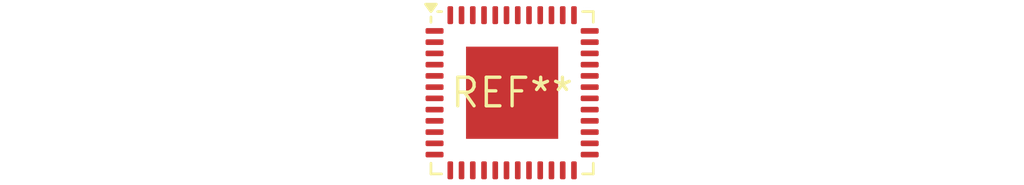
<source format=kicad_pcb>
(kicad_pcb (version 20240108) (generator pcbnew)
  (layers (0 "F.Cu" signal) (31 "B.Cu" signal) (34 "B.Paste" user) (35 "F.Paste" user) (36 "B.SilkS" user "B.Silkscreen") (37 "F.SilkS" user "F.Silkscreen") (38 "B.Mask" user) (39 "F.Mask" user) (44 "Edge.Cuts" user))
  (net 0 "")
  (footprint "LFCSP-48-1EP_7x7mm_P0.5mm_EP4.1x4.1mm" (layer "F.Cu") (at 0 0)
    (property "Reference" "REF**")
    (property "Value" "LFCSP-48-1EP_7x7mm_P0.5mm_EP4.1x4.1mm")
    (fp_line (start -3.61 -3.135) (end -3.61 -3.37) (layer "F.SilkS") (stroke (width 0.12)))
    (fp_line (start -3.61 3.61) (end -3.61 3.135) (layer "F.SilkS") (stroke (width 0.12)))
    (fp_line (start -3.135 -3.61) (end -3.31 -3.61) (layer "F.SilkS") (stroke (width 0.12)))
    (fp_line (start -3.135 3.61) (end -3.61 3.61) (layer "F.SilkS") (stroke (width 0.12)))
    (fp_line (start 3.135 -3.61) (end 3.61 -3.61) (layer "F.SilkS") (stroke (width 0.12)))
    (fp_line (start 3.135 3.61) (end 3.61 3.61) (layer "F.SilkS") (stroke (width 0.12)))
    (fp_line (start 3.61 -3.61) (end 3.61 -3.135) (layer "F.SilkS") (stroke (width 0.12)))
    (fp_line (start 3.61 3.61) (end 3.61 3.135) (layer "F.SilkS") (stroke (width 0.12)))
    (fp_poly (pts (xy -3.61 -3.61) (xy -3.85 -3.94) (xy -3.37 -3.94) (xy -3.61 -3.61)) (layer "F.SilkS") (stroke (width 0.12)) (fill solid))
    (pad "1" smd roundrect (at -3.45 -2.75) (size 0.8 0.25) (layers "F.Cu" "F.Paste" "F.Mask"))
    (pad "2" smd roundrect (at -3.45 -2.25) (size 0.8 0.25) (layers "F.Cu" "F.Paste" "F.Mask"))
    (pad "3" smd roundrect (at -3.45 -1.75) (size 0.8 0.25) (layers "F.Cu" "F.Paste" "F.Mask"))
    (pad "4" smd roundrect (at -3.45 -1.25) (size 0.8 0.25) (layers "F.Cu" "F.Paste" "F.Mask"))
    (pad "5" smd roundrect (at -3.45 -0.75) (size 0.8 0.25) (layers "F.Cu" "F.Paste" "F.Mask"))
    (pad "6" smd roundrect (at -3.45 -0.25) (size 0.8 0.25) (layers "F.Cu" "F.Paste" "F.Mask"))
    (pad "7" smd roundrect (at -3.45 0.25) (size 0.8 0.25) (layers "F.Cu" "F.Paste" "F.Mask"))
    (pad "8" smd roundrect (at -3.45 0.75) (size 0.8 0.25) (layers "F.Cu" "F.Paste" "F.Mask"))
    (pad "9" smd roundrect (at -3.45 1.25) (size 0.8 0.25) (layers "F.Cu" "F.Paste" "F.Mask"))
    (pad "10" smd roundrect (at -3.45 1.75) (size 0.8 0.25) (layers "F.Cu" "F.Paste" "F.Mask"))
    (pad "11" smd roundrect (at -3.45 2.25) (size 0.8 0.25) (layers "F.Cu" "F.Paste" "F.Mask"))
    (pad "12" smd roundrect (at -3.45 2.75) (size 0.8 0.25) (layers "F.Cu" "F.Paste" "F.Mask"))
    (pad "13" smd roundrect (at -2.75 3.45) (size 0.25 0.8) (layers "F.Cu" "F.Paste" "F.Mask"))
    (pad "14" smd roundrect (at -2.25 3.45) (size 0.25 0.8) (layers "F.Cu" "F.Paste" "F.Mask"))
    (pad "15" smd roundrect (at -1.75 3.45) (size 0.25 0.8) (layers "F.Cu" "F.Paste" "F.Mask"))
    (pad "16" smd roundrect (at -1.25 3.45) (size 0.25 0.8) (layers "F.Cu" "F.Paste" "F.Mask"))
    (pad "17" smd roundrect (at -0.75 3.45) (size 0.25 0.8) (layers "F.Cu" "F.Paste" "F.Mask"))
    (pad "18" smd roundrect (at -0.25 3.45) (size 0.25 0.8) (layers "F.Cu" "F.Paste" "F.Mask"))
    (pad "19" smd roundrect (at 0.25 3.45) (size 0.25 0.8) (layers "F.Cu" "F.Paste" "F.Mask"))
    (pad "20" smd roundrect (at 0.75 3.45) (size 0.25 0.8) (layers "F.Cu" "F.Paste" "F.Mask"))
    (pad "21" smd roundrect (at 1.25 3.45) (size 0.25 0.8) (layers "F.Cu" "F.Paste" "F.Mask"))
    (pad "22" smd roundrect (at 1.75 3.45) (size 0.25 0.8) (layers "F.Cu" "F.Paste" "F.Mask"))
    (pad "23" smd roundrect (at 2.25 3.45) (size 0.25 0.8) (layers "F.Cu" "F.Paste" "F.Mask"))
    (pad "24" smd roundrect (at 2.75 3.45) (size 0.25 0.8) (layers "F.Cu" "F.Paste" "F.Mask"))
    (pad "25" smd roundrect (at 3.45 2.75) (size 0.8 0.25) (layers "F.Cu" "F.Paste" "F.Mask"))
    (pad "26" smd roundrect (at 3.45 2.25) (size 0.8 0.25) (layers "F.Cu" "F.Paste" "F.Mask"))
    (pad "27" smd roundrect (at 3.45 1.75) (size 0.8 0.25) (layers "F.Cu" "F.Paste" "F.Mask"))
    (pad "28" smd roundrect (at 3.45 1.25) (size 0.8 0.25) (layers "F.Cu" "F.Paste" "F.Mask"))
    (pad "29" smd roundrect (at 3.45 0.75) (size 0.8 0.25) (layers "F.Cu" "F.Paste" "F.Mask"))
    (pad "30" smd roundrect (at 3.45 0.25) (size 0.8 0.25) (layers "F.Cu" "F.Paste" "F.Mask"))
    (pad "31" smd roundrect (at 3.45 -0.25) (size 0.8 0.25) (layers "F.Cu" "F.Paste" "F.Mask"))
    (pad "32" smd roundrect (at 3.45 -0.75) (size 0.8 0.25) (layers "F.Cu" "F.Paste" "F.Mask"))
    (pad "33" smd roundrect (at 3.45 -1.25) (size 0.8 0.25) (layers "F.Cu" "F.Paste" "F.Mask"))
    (pad "34" smd roundrect (at 3.45 -1.75) (size 0.8 0.25) (layers "F.Cu" "F.Paste" "F.Mask"))
    (pad "35" smd roundrect (at 3.45 -2.25) (size 0.8 0.25) (layers "F.Cu" "F.Paste" "F.Mask"))
    (pad "36" smd roundrect (at 3.45 -2.75) (size 0.8 0.25) (layers "F.Cu" "F.Paste" "F.Mask"))
    (pad "37" smd roundrect (at 2.75 -3.45) (size 0.25 0.8) (layers "F.Cu" "F.Paste" "F.Mask"))
    (pad "38" smd roundrect (at 2.25 -3.45) (size 0.25 0.8) (layers "F.Cu" "F.Paste" "F.Mask"))
    (pad "39" smd roundrect (at 1.75 -3.45) (size 0.25 0.8) (layers "F.Cu" "F.Paste" "F.Mask"))
    (pad "40" smd roundrect (at 1.25 -3.45) (size 0.25 0.8) (layers "F.Cu" "F.Paste" "F.Mask"))
    (pad "41" smd roundrect (at 0.75 -3.45) (size 0.25 0.8) (layers "F.Cu" "F.Paste" "F.Mask"))
    (pad "42" smd roundrect (at 0.25 -3.45) (size 0.25 0.8) (layers "F.Cu" "F.Paste" "F.Mask"))
    (pad "43" smd roundrect (at -0.25 -3.45) (size 0.25 0.8) (layers "F.Cu" "F.Paste" "F.Mask"))
    (pad "44" smd roundrect (at -0.75 -3.45) (size 0.25 0.8) (layers "F.Cu" "F.Paste" "F.Mask"))
    (pad "45" smd roundrect (at -1.25 -3.45) (size 0.25 0.8) (layers "F.Cu" "F.Paste" "F.Mask"))
    (pad "46" smd roundrect (at -1.75 -3.45) (size 0.25 0.8) (layers "F.Cu" "F.Paste" "F.Mask"))
    (pad "47" smd roundrect (at -2.25 -3.45) (size 0.25 0.8) (layers "F.Cu" "F.Paste" "F.Mask"))
    (pad "48" smd roundrect (at -2.75 -3.45) (size 0.25 0.8) (layers "F.Cu" "F.Paste" "F.Mask"))
    (pad "49" smd rect (at 0 0) (size 4.1 4.1) (property pad_prop_heatsink) (layers "F.Cu" "F.Mask"))
  )
)
</source>
